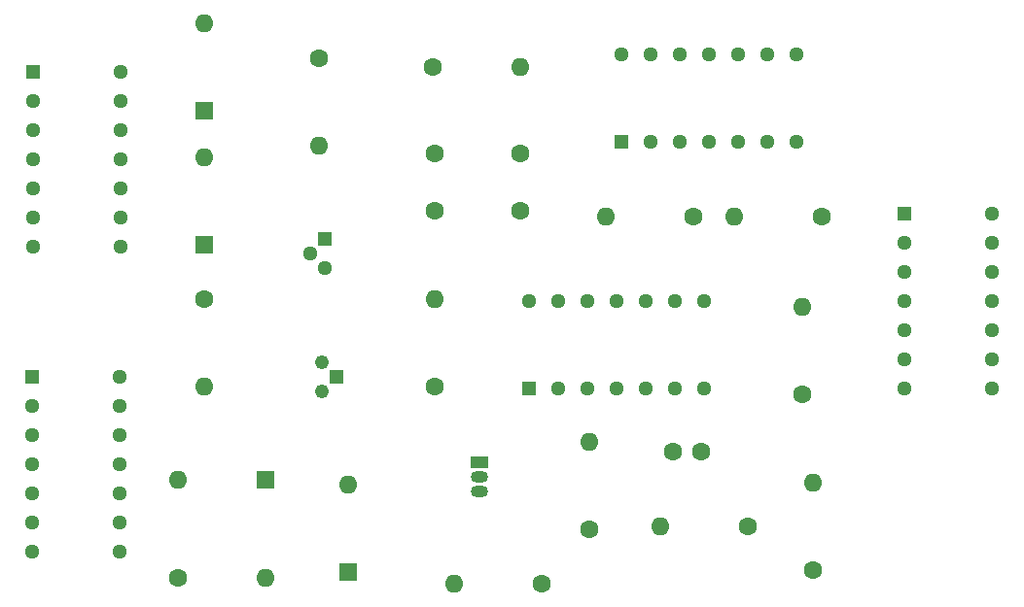
<source format=gbr>
%TF.GenerationSoftware,KiCad,Pcbnew,9.0.1*%
%TF.CreationDate,2025-05-09T16:34:40+03:00*%
%TF.ProjectId,PLL_1,504c4c5f-312e-46b6-9963-61645f706362,rev?*%
%TF.SameCoordinates,Original*%
%TF.FileFunction,Soldermask,Bot*%
%TF.FilePolarity,Negative*%
%FSLAX46Y46*%
G04 Gerber Fmt 4.6, Leading zero omitted, Abs format (unit mm)*
G04 Created by KiCad (PCBNEW 9.0.1) date 2025-05-09 16:34:40*
%MOMM*%
%LPD*%
G01*
G04 APERTURE LIST*
%ADD10O,1.600000X1.600000*%
%ADD11C,1.600000*%
%ADD12R,1.500000X1.050000*%
%ADD13O,1.500000X1.050000*%
%ADD14R,1.295400X1.295400*%
%ADD15C,1.295400*%
%ADD16C,1.244600*%
%ADD17R,1.244600X1.244600*%
%ADD18R,1.600000X1.600000*%
G04 APERTURE END LIST*
D10*
%TO.C,R3*%
X83250000Y-106500000D03*
D11*
X90870000Y-106500000D03*
%TD*%
D12*
%TO.C,\u039C1*%
X85500000Y-95960000D03*
D13*
X85500000Y-97230000D03*
X85500000Y-98500000D03*
%TD*%
D14*
%TO.C,U5*%
X122500000Y-74260000D03*
D15*
X122500000Y-76800000D03*
X122500000Y-79340000D03*
X122500000Y-81880000D03*
X122500000Y-84420000D03*
X122500000Y-86960000D03*
X122500000Y-89500000D03*
X130120000Y-89500000D03*
X130120000Y-86960000D03*
X130120000Y-84420000D03*
X130120000Y-81880000D03*
X130120000Y-79340000D03*
X130120000Y-76800000D03*
X130120000Y-74260000D03*
%TD*%
D14*
%TO.C,U4*%
X97800000Y-68000000D03*
D15*
X100340000Y-68000000D03*
X102880000Y-68000000D03*
X105420000Y-68000000D03*
X107960000Y-68000000D03*
X110500000Y-68000000D03*
X113040000Y-68000000D03*
X113040000Y-60380000D03*
X110500000Y-60380000D03*
X107960000Y-60380000D03*
X105420000Y-60380000D03*
X102880000Y-60380000D03*
X100340000Y-60380000D03*
X97800000Y-60380000D03*
%TD*%
D14*
%TO.C,U3*%
X89800000Y-89500000D03*
D15*
X92340000Y-89500000D03*
X94880000Y-89500000D03*
X97420000Y-89500000D03*
X99960000Y-89500000D03*
X102500000Y-89500000D03*
X105040000Y-89500000D03*
X105040000Y-81880000D03*
X102500000Y-81880000D03*
X99960000Y-81880000D03*
X97420000Y-81880000D03*
X94880000Y-81880000D03*
X92340000Y-81880000D03*
X89800000Y-81880000D03*
%TD*%
D14*
%TO.C,U2*%
X46620000Y-61920000D03*
D15*
X46620000Y-64460000D03*
X46620000Y-67000000D03*
X46620000Y-69540000D03*
X46620000Y-72080000D03*
X46620000Y-74620000D03*
X46620000Y-77160000D03*
X54240000Y-77160000D03*
X54240000Y-74620000D03*
X54240000Y-72080000D03*
X54240000Y-69540000D03*
X54240000Y-67000000D03*
X54240000Y-64460000D03*
X54240000Y-61920000D03*
%TD*%
D14*
%TO.C,U1*%
X46500000Y-88500000D03*
D15*
X46500000Y-91040000D03*
X46500000Y-93580000D03*
X46500000Y-96120000D03*
X46500000Y-98660000D03*
X46500000Y-101200000D03*
X46500000Y-103740000D03*
X54120000Y-103740000D03*
X54120000Y-101200000D03*
X54120000Y-98660000D03*
X54120000Y-96120000D03*
X54120000Y-93580000D03*
X54120000Y-91040000D03*
X54120000Y-88500000D03*
%TD*%
D11*
%TO.C,R12*%
X61500000Y-81690000D03*
D10*
X61500000Y-89310000D03*
%TD*%
D11*
%TO.C,R11*%
X59190000Y-106000000D03*
D10*
X66810000Y-106000000D03*
%TD*%
D11*
%TO.C,R9*%
X81560000Y-89310000D03*
D10*
X81560000Y-81690000D03*
%TD*%
D11*
%TO.C,R8*%
X81440000Y-61500000D03*
D10*
X89060000Y-61500000D03*
%TD*%
D11*
%TO.C,R7*%
X95060000Y-101810000D03*
D10*
X95060000Y-94190000D03*
%TD*%
D11*
%TO.C,R6*%
X113560000Y-90000000D03*
D10*
X113560000Y-82380000D03*
%TD*%
D11*
%TO.C,R5*%
X104060000Y-74500000D03*
D10*
X96440000Y-74500000D03*
%TD*%
D11*
%TO.C,R4*%
X108810000Y-101500000D03*
D10*
X101190000Y-101500000D03*
%TD*%
D11*
%TO.C,R2*%
X114500000Y-105310000D03*
D10*
X114500000Y-97690000D03*
%TD*%
D11*
%TO.C,R1*%
X115310000Y-74500000D03*
D10*
X107690000Y-74500000D03*
%TD*%
D15*
%TO.C,Q2*%
X72000000Y-79000000D03*
X70730000Y-77730000D03*
D14*
X72000000Y-76460000D03*
%TD*%
D16*
%TO.C,Q1*%
X71730000Y-87230000D03*
D17*
X73000000Y-88500000D03*
D16*
X71730000Y-89770000D03*
%TD*%
D18*
%TO.C,D4*%
X61500000Y-77000000D03*
D10*
X61500000Y-69380000D03*
%TD*%
D18*
%TO.C,D3*%
X61500000Y-65310000D03*
D10*
X61500000Y-57690000D03*
%TD*%
D18*
%TO.C,D2*%
X74000000Y-105500000D03*
D10*
X74000000Y-97880000D03*
%TD*%
D18*
%TO.C,D1*%
X66810000Y-97500000D03*
D10*
X59190000Y-97500000D03*
%TD*%
D11*
%TO.C,C3*%
X81560000Y-69000000D03*
X81560000Y-74000000D03*
%TD*%
%TO.C,C2*%
X89000000Y-69000000D03*
X89000000Y-74000000D03*
%TD*%
%TO.C,C1*%
X104810000Y-95000000D03*
X102310000Y-95000000D03*
%TD*%
%TO.C,R10*%
X71500000Y-60690000D03*
D10*
X71500000Y-68310000D03*
%TD*%
M02*

</source>
